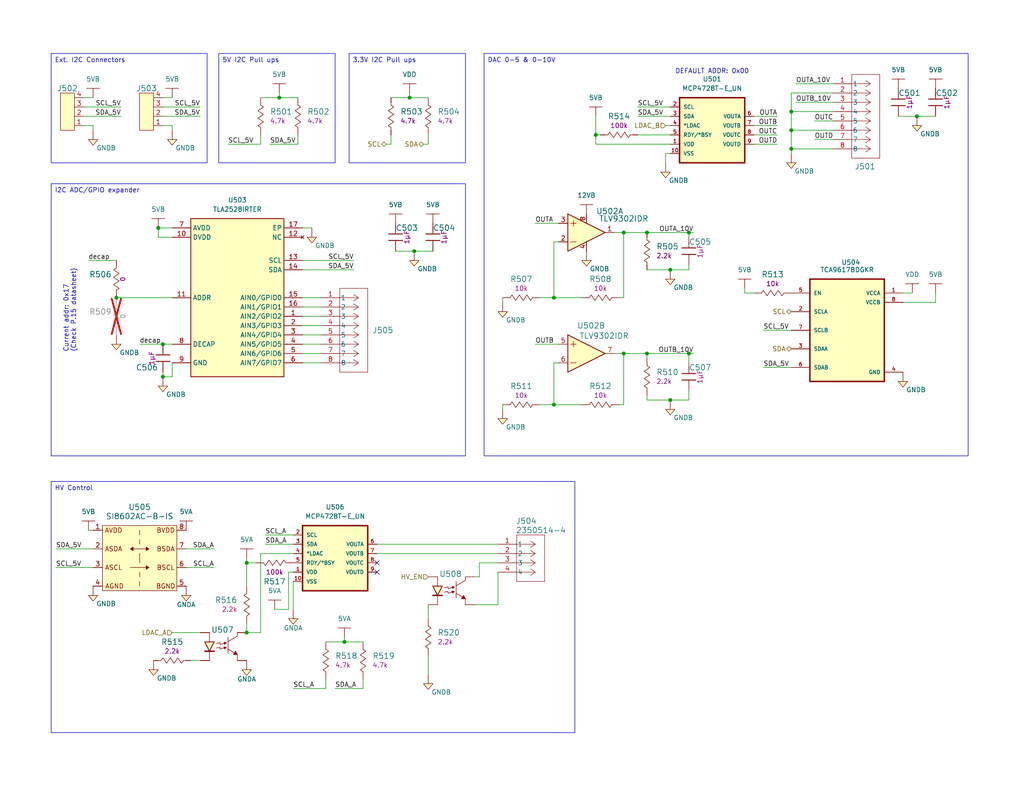
<source format=kicad_sch>
(kicad_sch (version 20231120) (generator "eeschema") (generator_version "8.0")
  (paper "USLetter")
  (title_block (title "I2C") (comment 1 "Gérémy Sauvageau"))
  (junction (at 67.31 172.72))
  (junction (at 215.9 30.48))
  (junction (at 44.45 93.98))
  (junction (at 93.98 175.26))
  (junction (at 187.96 63.5))
  (junction (at 215.9 40.64))
  (junction (at 113.03 68.58))
  (junction (at 111.76 26.67))
  (junction (at 170.18 96.52))
  (junction (at 182.88 73.66))
  (junction (at 162.56 36.83))
  (junction (at 76.2 26.67))
  (junction (at 44.45 102.87))
  (junction (at 151.13 81.28))
  (junction (at 43.18 62.23))
  (junction (at 151.13 110.49))
  (junction (at 176.53 63.5))
  (junction (at 187.96 96.52))
  (junction (at 250.19 31.75))
  (junction (at 182.88 109.22))
  (junction (at 67.31 153.67))
  (junction (at 215.9 35.56))
  (junction (at 170.18 63.5))
  (junction (at 176.53 96.52))
  (junction (at 31.75 81.28))
  (no_connect (at 102.87 156.21))
  (no_connect (at 102.87 153.67))
  (wire (pts (xy 189.23 63.5) (xy 187.96 63.5)))
  (wire (pts (xy 245.11 31.75) (xy 250.19 31.75)))
  (wire (pts (xy 106.68 26.67) (xy 111.76 26.67)))
  (wire (pts (xy 105.41 39.37) (xy 106.68 39.37)))
  (wire (pts (xy 187.96 63.5) (xy 187.96 64.77)))
  (wire (pts (xy 208.28 100.33) (xy 215.9 100.33)))
  (wire (pts (xy 87.63 91.44) (xy 82.55 91.44)))
  (wire (pts (xy 215.9 40.64) (xy 227.33 40.64)))
  (wire (pts (xy 217.17 22.86) (xy 227.33 22.86)))
  (wire (pts (xy 22.86 34.29) (xy 25.4 34.29)))
  (wire (pts (xy 170.18 96.52) (xy 176.53 96.52)))
  (wire (pts (xy 78.74 166.37) (xy 78.74 156.21)))
  (wire (pts (xy 87.63 86.36) (xy 82.55 86.36)))
  (wire (pts (xy 205.74 31.75) (xy 212.09 31.75)))
  (wire (pts (xy 15.24 154.94) (xy 25.4 154.94)))
  (wire (pts (xy 46.99 34.29) (xy 46.99 35.56)))
  (wire (pts (xy 187.96 96.52) (xy 189.23 96.52)))
  (wire (pts (xy 129.54 165.1) (xy 135.89 165.1)))
  (wire (pts (xy 176.53 109.22) (xy 182.88 109.22)))
  (wire (pts (xy 31.75 81.28) (xy 46.99 81.28)))
  (wire (pts (xy 205.74 34.29) (xy 212.09 34.29)))
  (wire (pts (xy 255.27 80.01) (xy 255.27 82.55)))
  (wire (pts (xy 87.63 83.82) (xy 82.55 83.82)))
  (wire (pts (xy 81.28 36.83) (xy 81.28 39.37)))
  (wire (pts (xy 162.56 39.37) (xy 182.88 39.37)))
  (wire (pts (xy 215.9 40.64) (xy 215.9 41.91)))
  (wire (pts (xy 99.06 185.42) (xy 99.06 187.96)))
  (wire (pts (xy 107.95 68.58) (xy 113.03 68.58)))
  (wire (pts (xy 80.01 187.96) (xy 88.9 187.96)))
  (wire (pts (xy 137.16 81.28) (xy 137.16 82.55)))
  (wire (pts (xy 208.28 90.17) (xy 215.9 90.17)))
  (wire (pts (xy 170.18 96.52) (xy 170.18 110.49)))
  (wire (pts (xy 250.19 31.75) (xy 255.27 31.75)))
  (wire (pts (xy 46.99 102.87) (xy 46.99 99.06)))
  (wire (pts (xy 44.45 93.98) (xy 46.99 93.98)))
  (wire (pts (xy 182.88 73.66) (xy 176.53 73.66)))
  (wire (pts (xy 181.61 44.45) (xy 181.61 41.91)))
  (wire (pts (xy 67.31 152.4) (xy 67.31 153.67)))
  (wire (pts (xy 137.16 110.49) (xy 137.16 111.76)))
  (wire (pts (xy 93.98 173.99) (xy 93.98 175.26)))
  (wire (pts (xy 215.9 35.56) (xy 215.9 40.64)))
  (wire (pts (xy 102.87 148.59) (xy 135.89 148.59)))
  (wire (pts (xy 71.12 26.67) (xy 76.2 26.67)))
  (wire (pts (xy 147.32 110.49) (xy 151.13 110.49)))
  (wire (pts (xy 115.57 39.37) (xy 116.84 39.37)))
  (wire (pts (xy 44.45 26.67) (xy 46.99 26.67)))
  (wire (pts (xy 116.84 36.83) (xy 116.84 39.37)))
  (wire (pts (xy 50.8 149.86) (xy 58.42 149.86)))
  (wire (pts (xy 22.86 29.21) (xy 33.02 29.21)))
  (wire (pts (xy 116.84 179.07) (xy 116.84 184.15)))
  (wire (pts (xy 130.81 153.67) (xy 135.89 153.67)))
  (wire (pts (xy 25.4 34.29) (xy 25.4 35.56)))
  (wire (pts (xy 187.96 63.5) (xy 176.53 63.5)))
  (wire (pts (xy 44.45 34.29) (xy 46.99 34.29)))
  (wire (pts (xy 113.03 68.58) (xy 118.11 68.58)))
  (wire (pts (xy 176.53 109.22) (xy 176.53 107.95)))
  (wire (pts (xy 87.63 88.9) (xy 82.55 88.9)))
  (wire (pts (xy 162.56 31.75) (xy 162.56 36.83)))
  (wire (pts (xy 205.74 36.83) (xy 212.09 36.83)))
  (wire (pts (xy 15.24 149.86) (xy 25.4 149.86)))
  (wire (pts (xy 187.96 96.52) (xy 187.96 99.06)))
  (wire (pts (xy 187.96 73.66) (xy 187.96 72.39)))
  (wire (pts (xy 80.01 146.05) (xy 72.39 146.05)))
  (wire (pts (xy 91.44 187.96) (xy 99.06 187.96)))
  (wire (pts (xy 82.55 71.12) (xy 96.52 71.12)))
  (wire (pts (xy 44.45 31.75) (xy 54.61 31.75)))
  (wire (pts (xy 187.96 73.66) (xy 182.88 73.66)))
  (wire (pts (xy 170.18 63.5) (xy 176.53 63.5)))
  (wire (pts (xy 22.86 31.75) (xy 33.02 31.75)))
  (wire (pts (xy 215.9 30.48) (xy 215.9 35.56)))
  (wire (pts (xy 215.9 25.4) (xy 215.9 30.48)))
  (wire (pts (xy 151.13 66.04) (xy 151.13 81.28)))
  (wire (pts (xy 167.64 63.5) (xy 170.18 63.5)))
  (wire (pts (xy 146.05 93.98) (xy 152.4 93.98)))
  (wire (pts (xy 80.01 166.37) (xy 80.01 158.75)))
  (wire (pts (xy 176.53 96.52) (xy 187.96 96.52)))
  (wire (pts (xy 167.64 96.52) (xy 170.18 96.52)))
  (wire (pts (xy 168.91 110.49) (xy 170.18 110.49)))
  (wire (pts (xy 82.55 62.23) (xy 85.09 62.23)))
  (wire (pts (xy 147.32 81.28) (xy 151.13 81.28)))
  (wire (pts (xy 44.45 102.87) (xy 46.99 102.87)))
  (wire (pts (xy 44.45 102.87) (xy 44.45 101.6)))
  (wire (pts (xy 116.84 165.1) (xy 116.84 168.91)))
  (wire (pts (xy 227.33 25.4) (xy 215.9 25.4)))
  (wire (pts (xy 67.31 153.67) (xy 67.31 160.02)))
  (wire (pts (xy 111.76 26.67) (xy 116.84 26.67)))
  (wire (pts (xy 151.13 110.49) (xy 158.75 110.49)))
  (wire (pts (xy 88.9 175.26) (xy 93.98 175.26)))
  (wire (pts (xy 173.99 29.21) (xy 182.88 29.21)))
  (wire (pts (xy 215.9 30.48) (xy 227.33 30.48)))
  (wire (pts (xy 246.38 80.01) (xy 248.92 80.01)))
  (wire (pts (xy 22.86 26.67) (xy 25.4 26.67)))
  (wire (pts (xy 87.63 93.98) (xy 82.55 93.98)))
  (wire (pts (xy 162.56 36.83) (xy 163.83 36.83)))
  (wire (pts (xy 181.61 41.91) (xy 182.88 41.91)))
  (wire (pts (xy 31.75 71.12) (xy 24.13 71.12)))
  (wire (pts (xy 176.53 96.52) (xy 176.53 97.79)))
  (wire (pts (xy 217.17 27.94) (xy 227.33 27.94)))
  (wire (pts (xy 87.63 96.52) (xy 82.55 96.52)))
  (wire (pts (xy 67.31 170.18) (xy 67.31 172.72)))
  (wire (pts (xy 152.4 66.04) (xy 151.13 66.04)))
  (wire (pts (xy 222.25 38.1) (xy 227.33 38.1)))
  (wire (pts (xy 222.25 33.02) (xy 227.33 33.02)))
  (wire (pts (xy 173.99 31.75) (xy 182.88 31.75)))
  (wire (pts (xy 111.76 25.4) (xy 111.76 26.67)))
  (wire (pts (xy 74.93 166.37) (xy 78.74 166.37)))
  (wire (pts (xy 76.2 25.4) (xy 76.2 26.67)))
  (wire (pts (xy 44.45 29.21) (xy 54.61 29.21)))
  (wire (pts (xy 170.18 81.28) (xy 170.18 63.5)))
  (wire (pts (xy 46.99 64.77) (xy 43.18 64.77)))
  (wire (pts (xy 46.99 172.72) (xy 54.61 172.72)))
  (wire (pts (xy 130.81 157.48) (xy 129.54 157.48)))
  (wire (pts (xy 71.12 36.83) (xy 71.12 39.37)))
  (wire (pts (xy 255.27 82.55) (xy 246.38 82.55)))
  (wire (pts (xy 151.13 81.28) (xy 158.75 81.28)))
  (wire (pts (xy 24.13 144.78) (xy 25.4 144.78)))
  (wire (pts (xy 67.31 172.72) (xy 71.12 172.72)))
  (wire (pts (xy 205.74 39.37) (xy 212.09 39.37)))
  (wire (pts (xy 151.13 99.06) (xy 151.13 110.49)))
  (wire (pts (xy 102.87 151.13) (xy 135.89 151.13)))
  (wire (pts (xy 80.01 148.59) (xy 72.39 148.59)))
  (wire (pts (xy 43.18 64.77) (xy 43.18 62.23)))
  (wire (pts (xy 43.18 62.23) (xy 46.99 62.23)))
  (wire (pts (xy 162.56 36.83) (xy 162.56 39.37)))
  (wire (pts (xy 52.07 180.34) (xy 54.61 180.34)))
  (wire (pts (xy 87.63 99.06) (xy 82.55 99.06)))
  (wire (pts (xy 71.12 151.13) (xy 71.12 172.72)))
  (wire (pts (xy 50.8 154.94) (xy 58.42 154.94)))
  (wire (pts (xy 38.1 93.98) (xy 44.45 93.98)))
  (wire (pts (xy 130.81 153.67) (xy 130.81 157.48)))
  (wire (pts (xy 67.31 153.67) (xy 69.85 153.67)))
  (wire (pts (xy 181.61 34.29) (xy 182.88 34.29)))
  (wire (pts (xy 80.01 151.13) (xy 71.12 151.13)))
  (wire (pts (xy 76.2 26.67) (xy 81.28 26.67)))
  (wire (pts (xy 146.05 60.96) (xy 152.4 60.96)))
  (wire (pts (xy 215.9 35.56) (xy 227.33 35.56)))
  (wire (pts (xy 82.55 73.66) (xy 96.52 73.66)))
  (wire (pts (xy 88.9 185.42) (xy 88.9 187.96)))
  (wire (pts (xy 73.66 39.37) (xy 81.28 39.37)))
  (wire (pts (xy 62.23 39.37) (xy 71.12 39.37)))
  (wire (pts (xy 93.98 175.26) (xy 99.06 175.26)))
  (wire (pts (xy 135.89 156.21) (xy 135.89 165.1)))
  (wire (pts (xy 203.2 80.01) (xy 205.74 80.01)))
  (wire (pts (xy 152.4 99.06) (xy 151.13 99.06)))
  (wire (pts (xy 173.99 36.83) (xy 182.88 36.83)))
  (wire (pts (xy 168.91 81.28) (xy 170.18 81.28)))
  (wire (pts (xy 106.68 36.83) (xy 106.68 39.37)))
  (wire (pts (xy 203.2 78.74) (xy 203.2 80.01)))
  (wire (pts (xy 78.74 156.21) (xy 80.01 156.21)))
  (wire (pts (xy 187.96 109.22) (xy 182.88 109.22)))
  (wire (pts (xy 87.63 81.28) (xy 82.55 81.28)))
  (wire (pts (xy 187.96 106.68) (xy 187.96 109.22)))
  (text_box "3.3V I2C Pull ups" (at 95.25 14.605 0) (size 31.75 29.845) (effects (font (size 1.27 1.27)) (justify left top)))
  (text_box "Ext. I2C Connectors" (at 13.97 14.605 0) (size 42.545 29.845) (effects (font (size 1.27 1.27)) (justify left top)))
  (text_box "5V I2C Pull ups" (at 59.69 14.605 0) (size 31.75 29.845) (effects (font (size 1.27 1.27)) (justify left top)))
  (text_box "HV Control" (at 13.97 131.445 0) (size 142.875 68.58) (effects (font (size 1.27 1.27)) (justify left top)))
  (text_box "I2C ADC/GPIO expander" (at 13.97 50.165 0) (size 113.03 74.295) (effects (font (size 1.27 1.27)) (justify left top)))
  (text_box "DAC 0-5 & 0-10V" (at 132.08 14.605 0) (size 132.08 109.855) (effects (font (size 1.27 1.27)) (justify left top)))
  (text "Current addr: 0x17 \n(Check P.15 datasheet)" (at 20.828 96.266 90) (effects (font (size 1.27 1.27)) (justify left bottom)))
  (text "DEFAULT ADDR: 0x00" (at 194.31 19.558 0) (effects (font (size 1.27 1.27))))
  (label "SCL_5V" (at 208.28 90.17 0))
  (label "OUTB" (at 146.05 93.98 0))
  (label "OUTA" (at 212.09 31.75 180))
  (label "SCL_A" (at 72.39 146.05 0))
  (label "SCL_5V" (at 15.24 154.94 0))
  (label "OUTC" (at 212.09 36.83 180))
  (label "SDA_A" (at 91.44 187.96 0))
  (label "OUTA_10V" (at 217.17 22.86 0))
  (label "SDA_5V" (at 173.99 31.75 0))
  (label "SDA_5V" (at 96.52 73.66 180))
  (label "SCL_5V" (at 33.02 29.21 180))
  (label "decap" (at 38.1 93.98 0))
  (label "OUTD" (at 222.25 38.1 0))
  (label "SDA_5V" (at 73.66 39.37 0))
  (label "OUTA_10V" (at 189.23 63.5 180))
  (label "SCL_A" (at 80.01 187.96 0))
  (label "SCL_5V" (at 54.61 29.21 180))
  (label "decap" (at 24.13 71.12 0))
  (label "SDA_A" (at 72.39 148.59 0))
  (label "OUTA" (at 146.05 60.96 0))
  (label "OUTC" (at 222.25 33.02 0))
  (label "SCL_A" (at 58.42 154.94 180))
  (label "SDA_5V" (at 33.02 31.75 180))
  (label "SCL_5V" (at 173.99 29.21 0))
  (label "SDA_5V" (at 208.28 100.33 0))
  (label "SDA_5V" (at 54.61 31.75 180))
  (label "OUTD" (at 212.09 39.37 180))
  (label "SDA_A" (at 58.42 149.86 180))
  (label "SDA_5V" (at 15.24 149.86 0))
  (label "OUTB" (at 212.09 34.29 180))
  (label "SCL_5V" (at 96.52 71.12 180))
  (label "OUTB_10V" (at 189.23 96.52 180))
  (label "OUTB_10V" (at 217.17 27.94 0))
  (label "SCL_5V" (at 62.23 39.37 0))
  (hierarchical_label "LDAC_B" (shape input) (at 181.61 34.29 180))
  (hierarchical_label "LDAC_A" (shape input) (at 46.99 172.72 180))
  (hierarchical_label "SDA" (shape bidirectional) (at 215.9 95.25 180))
  (hierarchical_label "HV_EN" (shape input) (at 116.84 157.48 180))
  (hierarchical_label "SCL" (shape bidirectional) (at 105.41 39.37 180))
  (hierarchical_label "SDA" (shape bidirectional) (at 115.57 39.37 180))
  (hierarchical_label "SCL" (shape bidirectional) (at 215.9 85.09 180))
  (symbol (lib_id "Amplifiers:TLV9302IDR") (at 158.75 96.52 0) (unit 2)
    (property "Reference" "U502" (at 161.29 88.9 0) (effects (font (size 1.524 1.524))))
    (property "Value" "TLV9302IDR" (at 164.846 91.694 0) (effects (font (size 1.524 1.524))))
    (property "Footprint" "Assembly:IC8_TLV9302IDR_TEX" (effects (hide yes)))
    (property "Datasheet" "https://www.ti.com/lit/ds/symlink/tlv9301.pdf?HQS=dis-dk-null-digikeymode-dsf-pf-null-wwe&ts=1715651561791" (effects (hide yes)))
    (property "Description" "IC OPAMP GP 2 CIRCUIT 8SOIC" (effects (hide yes)))
    (property "Manufacturer" "Texas Instruments" (effects (hide yes)))
    (property "Manufacturer Part Number" "TLV9302IDR" (effects (hide yes)))
    (property "Supplier" "Digikey" (effects (hide yes)))
    (property "Supplier Part Number" "296-53513-1-ND" (effects (hide yes)))
  )
  (symbol (lib_id "Power_Port:GNDB") (at 181.61 46.99 0) (unit 1)
    (property "Reference" "#PWR0511" (effects (hide yes)))
    (property "Value" "GNDB" (at 185.166 49.276 0))
  )
  (symbol (lib_id "Capacitors:885012107015") (at 187.96 67.31 90) (unit 1)
    (property "Reference" "C505" (at 187.96 66.04 90) (effects (font (size 1.524 1.524)) (justify right)))
    (property "Value" "885012107015" (effects (hide yes)))
    (property "Footprint" "Capacitors:C0805" (effects (hide yes)))
    (property "Datasheet" "D" (effects (hide yes)))
    (property "Description" "CAP CER 1UF 25V X5R 0805" (effects (hide yes)))
    (property "Supplier" "Digikey" (effects (hide yes)))
    (property "Supplier Part Number" "732-7625-1-ND" (effects (hide yes)))
    (property "Manufacturer" "Wurth Electronics Inc." (effects (hide yes)))
    (property "Manufacturer Part Number" "885012107015" (effects (hide yes)))
    (property "Capacitance (Farad)" "1µF" (at 191.008 68.58 0))
    (property "Tolerance (%)" "±20%" (effects (hide yes)))
    (property "Voltage Rated (Volt)" "25V" (effects (hide yes)))
  )
  (symbol (lib_id "Resistors:RC0805JR-074K7L") (at 106.68 31.75 90) (unit 1)
    (property "Reference" "R503" (at 109.22 30.4799 90) (effects (font (size 1.524 1.524)) (justify right)))
    (property "Value" "RC0805JR-074K7L" (effects (hide yes)))
    (property "Footprint" "Resistors:R0805" (effects (hide yes)))
    (property "Datasheet" "http://www.yageo.com/documents/recent/PYu-RC_Group_51_RoHS_L_7.pdf" (effects (hide yes)))
    (property "Description" "RES SMD 4.7K OHM 5% 1/8W 0805" (effects (hide yes)))
    (property "Supplier" "Digikey" (effects (hide yes)))
    (property "Supplier Part Number" "311-4.7KARCT-ND" (effects (hide yes)))
    (property "Manufacturer" "Yageo" (effects (hide yes)))
    (property "Manufacturer Part Number" "RC0805JR-074K7L" (effects (hide yes)))
    (property "Resistance (Ohms)" "4.7k" (at 109.22 33.0199 90) (effects (justify right)))
    (property "Tolerance (%)" "±5%" (effects (hide yes)))
    (property "Puissance (Watts)" "1/8W" (effects (hide yes)))
  )
  (symbol (lib_id "Power_Port:GNDB") (at 44.45 105.41 0) (unit 1)
    (property "Reference" "#PWR0523" (effects (hide yes)))
    (property "Value" "GNDB" (at 48.006 107.696 0))
  )
  (symbol (lib_id "Resistors:RC0805JR-072K2L") (at 46.99 180.34 180) (unit 1)
    (property "Reference" "R515" (at 46.99 175.26 0) (effects (font (size 1.524 1.524))))
    (property "Value" "RC0805JR-072K2L" (effects (hide yes)))
    (property "Footprint" "Resistors:R0805" (effects (hide yes)))
    (property "Datasheet" "http://www.yageo.com/documents/recent/PYu-RC_Group_51_RoHS_L_7.pdf" (effects (hide yes)))
    (property "Description" "RES SMD 2.2K OHM 5% 1/8W 0805" (effects (hide yes)))
    (property "Supplier" "Digikey" (effects (hide yes)))
    (property "Supplier Part Number" "311-2.2KARCT-ND" (effects (hide yes)))
    (property "Manufacturer" "Yageo" (effects (hide yes)))
    (property "Manufacturer Part Number" "RC0805JR-072K2L" (effects (hide yes)))
    (property "Resistance (Ohms)" "2.2k" (at 46.99 177.8 0))
    (property "Tolerance (%)" "±5%" (effects (hide yes)))
    (property "Puissance (Watts)" "1/8W" (effects (hide yes)))
  )
  (symbol (lib_id "Resistors:RC0805JR-072K2L") (at 176.53 102.87 90) (unit 1)
    (property "Reference" "R510" (at 179.07 101.5999 90) (effects (font (size 1.524 1.524)) (justify right)))
    (property "Value" "RC0805JR-072K2L" (effects (hide yes)))
    (property "Footprint" "Resistors:R0805" (effects (hide yes)))
    (property "Datasheet" "http://www.yageo.com/documents/recent/PYu-RC_Group_51_RoHS_L_7.pdf" (effects (hide yes)))
    (property "Description" "RES SMD 2.2K OHM 5% 1/8W 0805" (effects (hide yes)))
    (property "Supplier" "Digikey" (effects (hide yes)))
    (property "Supplier Part Number" "311-2.2KARCT-ND" (effects (hide yes)))
    (property "Manufacturer" "Yageo" (effects (hide yes)))
    (property "Manufacturer Part Number" "RC0805JR-072K2L" (effects (hide yes)))
    (property "Resistance (Ohms)" "2.2k" (at 179.07 104.1399 90) (effects (justify right)))
    (property "Tolerance (%)" "±5%" (effects (hide yes)))
    (property "Puissance (Watts)" "1/8W" (effects (hide yes)))
  )
  (symbol (lib_id "Power_Port:GNDB") (at 182.88 111.76 0) (unit 1)
    (property "Reference" "#PWR0524" (effects (hide yes)))
    (property "Value" "GNDB" (at 186.436 114.046 0))
  )
  (symbol (lib_id "Resistors:RC0805JR-072K2L") (at 67.31 165.1 90) (mirror x) (unit 1)
    (property "Reference" "R516" (at 64.77 163.8299 90) (effects (font (size 1.524 1.524)) (justify left)))
    (property "Value" "RC0805JR-072K2L" (effects (hide yes)))
    (property "Footprint" "Resistors:R0805" (effects (hide yes)))
    (property "Datasheet" "http://www.yageo.com/documents/recent/PYu-RC_Group_51_RoHS_L_7.pdf" (effects (hide yes)))
    (property "Description" "RES SMD 2.2K OHM 5% 1/8W 0805" (effects (hide yes)))
    (property "Supplier" "Digikey" (effects (hide yes)))
    (property "Supplier Part Number" "311-2.2KARCT-ND" (effects (hide yes)))
    (property "Manufacturer" "Yageo" (effects (hide yes)))
    (property "Manufacturer Part Number" "RC0805JR-072K2L" (effects (hide yes)))
    (property "Resistance (Ohms)" "2.2k" (at 64.77 166.3699 90) (effects (justify left)))
    (property "Tolerance (%)" "±5%" (effects (hide yes)))
    (property "Puissance (Watts)" "1/8W" (effects (hide yes)))
  )
  (symbol (lib_id "DAC:MCP4728T-E_UN") (at 194.31 35.56 0) (unit 1)
    (property "Reference" "U501" (at 194.31 21.59 0))
    (property "Value" "MCP4728T-E_UN" (at 194.31 24.13 0))
    (property "Footprint" "IC:SOP50P490X110-10N" (effects (hide yes)))
    (property "Datasheet" "https://ww1.microchip.com/downloads/en/DeviceDoc/22187E.pdf" (effects (hide yes)))
    (property "Description" "DAC 12bit 4ch" (effects (hide yes)))
    (property "Supplier" "Digikey" (effects (hide yes)))
    (property "Supplier Part Number" "MCP4728T-E/UNCT-ND" (effects (hide yes)))
    (property "Manufacturer" "Microchip" (effects (hide yes)))
    (property "Manufacturer Part Number" "MCP4728T-E_UN" (effects (hide yes)))
  )
  (symbol (lib_id "Capacitors:885012107015") (at 245.11 26.67 90) (unit 1)
    (property "Reference" "C501" (at 245.11 25.4 90) (effects (font (size 1.524 1.524)) (justify right)))
    (property "Value" "885012107015" (effects (hide yes)))
    (property "Footprint" "Capacitors:C0805" (effects (hide yes)))
    (property "Datasheet" "D" (effects (hide yes)))
    (property "Description" "CAP CER 1UF 25V X5R 0805" (effects (hide yes)))
    (property "Supplier" "Digikey" (effects (hide yes)))
    (property "Supplier Part Number" "732-7625-1-ND" (effects (hide yes)))
    (property "Manufacturer" "Wurth Electronics Inc." (effects (hide yes)))
    (property "Manufacturer Part Number" "885012107015" (effects (hide yes)))
    (property "Capacitance (Farad)" "1µF" (at 248.158 27.94 0))
    (property "Tolerance (%)" "±20%" (effects (hide yes)))
    (property "Voltage Rated (Volt)" "25V" (effects (hide yes)))
  )
  (symbol (lib_id "Power_Port:5VB") (at 25.4 26.67 0) (unit 1)
    (property "Reference" "#PWR0503" (effects (hide yes)))
    (property "Value" "5VB" (at 25.4 21.59 0))
  )
  (symbol (lib_id "Power_Port:5VB") (at 76.2 25.4 0) (unit 1)
    (property "Reference" "#PWR0501" (effects (hide yes)))
    (property "Value" "5VB" (at 76.2 20.32 0))
  )
  (symbol (lib_id "Connectors:2350514-8") (at 227.33 22.86 0) (unit 1)
    (property "Reference" "J501" (at 233.172 45.466 0) (effects (font (size 1.524 1.524)) (justify left)))
    (property "Value" "2350514-8" (effects (hide yes)))
    (property "Footprint" "Connectors:CONN8_2350514-8_TEC" (effects (hide yes)))
    (property "Description" "Terminal block 8pos 3.5mm" (effects (hide yes)))
    (property "Manufacturer" "TE Connectivity" (effects (hide yes)))
    (property "Manufacturer Part Number" "2350514-8" (effects (hide yes)))
    (property "Supplier" "Digikey" (effects (hide yes)))
    (property "Supplier Part Number" "A145383-ND" (effects (hide yes)))
  )
  (symbol (lib_id "Power_Port:GNDB") (at 250.19 34.29 0) (unit 1)
    (property "Reference" "#PWR0509" (effects (hide yes)))
    (property "Value" "GNDB" (at 253.746 36.576 0))
  )
  (symbol (lib_id "Power_Port:5VB") (at 107.95 60.96 0) (unit 1)
    (property "Reference" "#PWR0515" (effects (hide yes)))
    (property "Value" "5VB" (at 107.95 55.88 0))
  )
  (symbol (lib_id "Resistors:RC0805JR-074K7L") (at 99.06 180.34 90) (unit 1)
    (property "Reference" "R519" (at 101.6 179.0699 90) (effects (font (size 1.524 1.524)) (justify right)))
    (property "Value" "RC0805JR-074K7L" (effects (hide yes)))
    (property "Footprint" "Resistors:R0805" (effects (hide yes)))
    (property "Datasheet" "http://www.yageo.com/documents/recent/PYu-RC_Group_51_RoHS_L_7.pdf" (effects (hide yes)))
    (property "Description" "RES SMD 4.7K OHM 5% 1/8W 0805" (effects (hide yes)))
    (property "Supplier" "Digikey" (effects (hide yes)))
    (property "Supplier Part Number" "311-4.7KARCT-ND" (effects (hide yes)))
    (property "Manufacturer" "Yageo" (effects (hide yes)))
    (property "Manufacturer Part Number" "RC0805JR-074K7L" (effects (hide yes)))
    (property "Resistance (Ohms)" "4.7k" (at 101.6 181.6099 90) (effects (justify right)))
    (property "Tolerance (%)" "±5%" (effects (hide yes)))
    (property "Puissance (Watts)" "1/8W" (effects (hide yes)))
  )
  (symbol (lib_id "Power_Port:GNDB") (at 25.4 38.1 0) (unit 1)
    (property "Reference" "#PWR0507" (effects (hide yes)))
    (property "Value" "GNDB" (at 28.956 40.386 0))
  )
  (symbol (lib_id "Power_Port:GNDB") (at 113.03 71.12 0) (unit 1)
    (property "Reference" "#PWR0519" (effects (hide yes)))
    (property "Value" "GNDB" (at 116.586 73.406 0))
  )
  (symbol (lib_id "Power_Port:5VB") (at 245.11 24.13 0) (unit 1)
    (property "Reference" "#PWR0505" (effects (hide yes)))
    (property "Value" "5VB" (at 245.11 19.05 0))
  )
  (symbol (lib_id "Capacitors:885012107015") (at 187.96 101.6 90) (unit 1)
    (property "Reference" "C507" (at 187.96 100.33 90) (effects (font (size 1.524 1.524)) (justify right)))
    (property "Value" "885012107015" (effects (hide yes)))
    (property "Footprint" "Capacitors:C0805" (effects (hide yes)))
    (property "Datasheet" "D" (effects (hide yes)))
    (property "Description" "CAP CER 1UF 25V X5R 0805" (effects (hide yes)))
    (property "Supplier" "Digikey" (effects (hide yes)))
    (property "Supplier Part Number" "732-7625-1-ND" (effects (hide yes)))
    (property "Manufacturer" "Wurth Electronics Inc." (effects (hide yes)))
    (property "Manufacturer Part Number" "885012107015" (effects (hide yes)))
    (property "Capacitance (Farad)" "1µF" (at 191.008 102.87 0))
    (property "Tolerance (%)" "±20%" (effects (hide yes)))
    (property "Voltage Rated (Volt)" "25V" (effects (hide yes)))
  )
  (symbol (lib_id "Power_Port:5VA") (at 67.31 152.4 0) (unit 1)
    (property "Reference" "#PWR0540" (effects (hide yes)))
    (property "Value" "5VA" (at 67.31 147.32 0))
  )
  (symbol (lib_id "ADC:TLA2528IRTER") (at 82.55 77.47 0) (mirror y) (unit 1)
    (property "Reference" "U503" (at 64.77 54.61 0))
    (property "Value" "TLA2528IRTER" (at 64.77 57.15 0))
    (property "Footprint" "QFN50P300X300X80-17N-D" (effects (hide yes)))
    (property "Datasheet" "https://www.ti.com/lit/ds/symlink/tla2528.pdf?ts=1596615195592&ref_url=https%253A%252F%252Fwww.ti.com%252Fproduct%252FTLA2528%253Futm_source%253Dgoogle%2526utm_medium%253Dcpc%2526utm_campaign%253Dasc-null-null-gpn_en-cpc-pf-google-eu%2526utm_content%253Dt" (effects (hide yes)))
    (property "Description" "Analog to Digital Converters - ADC Small 8-channel 12-bit analog-to-digital converter (ADC) with I2C interface and GPIOs 16-WQFN -40 to 85" (effects (hide yes)))
    (property "Height" "0.8" (effects (hide yes)))
    (property "Mouser Part Number" "595-TLA2528IRTER" (effects (hide yes)))
    (property "Mouser Price/Stock" "https://www.mouser.co.uk/ProductDetail/Texas-Instruments/TLA2528IRTER?qs=%252B6g0mu59x7KfRzJN7APgZw%3D%3D" (effects (hide yes)))
    (property "Manufacturer_Name" "Texas Instruments" (effects (hide yes)))
    (property "Manufacturer_Part_Number" "TLA2528IRTER" (effects (hide yes)))
  )
  (symbol (lib_id "Resistors:RC0805JR-074K7L") (at 88.9 180.34 90) (unit 1)
    (property "Reference" "R518" (at 91.44 179.0699 90) (effects (font (size 1.524 1.524)) (justify right)))
    (property "Value" "RC0805JR-074K7L" (effects (hide yes)))
    (property "Footprint" "Resistors:R0805" (effects (hide yes)))
    (property "Datasheet" "http://www.yageo.com/documents/recent/PYu-RC_Group_51_RoHS_L_7.pdf" (effects (hide yes)))
    (property "Description" "RES SMD 4.7K OHM 5% 1/8W 0805" (effects (hide yes)))
    (property "Supplier" "Digikey" (effects (hide yes)))
    (property "Supplier Part Number" "311-4.7KARCT-ND" (effects (hide yes)))
    (property "Manufacturer" "Yageo" (effects (hide yes)))
    (property "Manufacturer Part Number" "RC0805JR-074K7L" (effects (hide yes)))
    (property "Resistance (Ohms)" "4.7k" (at 91.44 181.6099 90) (effects (justify right)))
    (property "Tolerance (%)" "±5%" (effects (hide yes)))
    (property "Puissance (Watts)" "1/8W" (effects (hide yes)))
  )
  (symbol (lib_id "Isolators:LTV-816S") (at 59.69 177.8 0) (unit 1)
    (property "Reference" "U507" (at 60.706 171.958 0) (effects (font (size 1.524 1.524))))
    (property "Value" "LTV-816S" (effects (hide yes)))
    (property "Footprint" "IC:4-SMD" (effects (hide yes)))
    (property "Datasheet" "https://media.digikey.com/pdf/Data%20Sheets/Lite-On%20PDFs/LTV-816_826_846.pdf" (effects (hide yes)))
    (property "Description" "OPTOISOLATR 5KV TRANSISTOR 4-SMD" (effects (hide yes)))
    (property "Supplier" "Digikey" (effects (hide yes)))
    (property "Supplier Part Number" "160-1361-5-ND" (effects (hide yes)))
    (property "Manufacturer" "Lite-On Inc." (effects (hide yes)))
    (property "Manufacturer Part Number" "LTV-816S" (effects (hide yes)))
  )
  (symbol (lib_id "Power_Port:5VB") (at 162.56 31.75 0) (unit 1)
    (property "Reference" "#PWR0510" (effects (hide yes)))
    (property "Value" "5VB" (at 162.56 26.67 0))
  )
  (symbol (lib_id "Connectors:XH-4A connector") (at 41.91 34.29 0) (unit 1)
    (property "Reference" "J503" (at 40.005 24.13 0) (effects (font (size 1.524 1.524))))
    (property "Value" "XH-4A connector" (effects (hide yes)))
    (property "Footprint" "Connectors:XH-4A" (effects (hide yes)))
    (property "Datasheet" "D" (effects (hide yes)))
    (property "Description" "Pin Male Single Row Pin Header Strip" (effects (hide yes)))
    (property "Supplier" "Ebay" (effects (hide yes)))
    (property "Manufacturer" "Manufacturer" (effects (hide yes)))
    (property "Manufacturer Part Number" "Manufacturer Part Number" (effects (hide yes)))
  )
  (symbol (lib_id "Power_Port:5VB") (at 255.27 80.01 0) (unit 1)
    (property "Reference" "#PWR0528" (effects (hide yes)))
    (property "Value" "5VB" (at 255.27 74.93 0))
  )
  (symbol (lib_id "Power_Port:VDD") (at 111.76 25.4 0) (unit 1)
    (property "Reference" "#PWR0502" (effects (hide yes)))
    (property "Value" "VDD" (at 111.76 20.32 0))
  )
  (symbol (lib_id "Resistors:RC0805JR-072K2L") (at 176.53 68.58 90) (unit 1)
    (property "Reference" "R505" (at 179.07 67.3099 90) (effects (font (size 1.524 1.524)) (justify right)))
    (property "Value" "RC0805JR-072K2L" (effects (hide yes)))
    (property "Footprint" "Resistors:R0805" (effects (hide yes)))
    (property "Datasheet" "http://www.yageo.com/documents/recent/PYu-RC_Group_51_RoHS_L_7.pdf" (effects (hide yes)))
    (property "Description" "RES SMD 2.2K OHM 5% 1/8W 0805" (effects (hide yes)))
    (property "Supplier" "Digikey" (effects (hide yes)))
    (property "Supplier Part Number" "311-2.2KARCT-ND" (effects (hide yes)))
    (property "Manufacturer" "Yageo" (effects (hide yes)))
    (property "Manufacturer Part Number" "RC0805JR-072K2L" (effects (hide yes)))
    (property "Resistance (Ohms)" "2.2k" (at 179.07 69.8499 90) (effects (justify right)))
    (property "Tolerance (%)" "±5%" (effects (hide yes)))
    (property "Puissance (Watts)" "1/8W" (effects (hide yes)))
  )
  (symbol (lib_id "Power_Port:GNDB") (at 182.88 76.2 0) (unit 1)
    (property "Reference" "#PWR0520" (effects (hide yes)))
    (property "Value" "GNDB" (at 186.436 78.486 0))
  )
  (symbol (lib_id "Power_Port:GNDB") (at 160.02 71.12 0) (unit 1)
    (property "Reference" "#PWR0518" (effects (hide yes)))
    (property "Value" "GNDB" (at 163.576 73.406 0))
  )
  (symbol (lib_id "DAC:MCP4728T-E_UN") (at 91.44 152.4 0) (unit 1)
    (property "Reference" "U506" (at 91.44 138.43 0))
    (property "Value" "MCP4728T-E_UN" (at 91.44 140.97 0))
    (property "Footprint" "IC:SOP50P490X110-10N" (effects (hide yes)))
    (property "Datasheet" "https://ww1.microchip.com/downloads/en/DeviceDoc/22187E.pdf" (effects (hide yes)))
    (property "Description" "DAC 12bit 4ch" (effects (hide yes)))
    (property "Supplier" "Digikey" (effects (hide yes)))
    (property "Supplier Part Number" "MCP4728T-E/UNCT-ND" (effects (hide yes)))
    (property "Manufacturer" "Microchip" (effects (hide yes)))
    (property "Manufacturer Part Number" "MCP4728T-E_UN" (effects (hide yes)))
  )
  (symbol (lib_id "Power_Port:GNDB") (at 246.38 104.14 0) (unit 1)
    (property "Reference" "#PWR0531" (effects (hide yes)))
    (property "Value" "GNDB" (at 249.936 106.426 0))
  )
  (symbol (lib_id "Resistors:RC0805JR-0710KL") (at 142.24 81.28 0) (unit 1)
    (property "Reference" "R507" (at 142.24 76.2 0) (effects (font (size 1.524 1.524))))
    (property "Value" "RC0805JR-0710KL" (effects (hide yes)))
    (property "Footprint" "Resistors:R0805" (effects (hide yes)))
    (property "Datasheet" "http://www.yageo.com/documents/recent/PYu-RC_Group_51_RoHS_L_7.pdf" (effects (hide yes)))
    (property "Description" "RES SMD 10K OHM 5% 1/8W 0805" (effects (hide yes)))
    (property "Supplier" "Digikey" (effects (hide yes)))
    (property "Supplier Part Number" "311-10KARCT-ND" (effects (hide yes)))
    (property "Manufacturer" "Yageo" (effects (hide yes)))
    (property "Manufacturer Part Number" "RC0805JR-0710KL" (effects (hide yes)))
    (property "Resistance (Ohms)" "10k" (at 142.24 78.74 0))
    (property "Tolerance (%)" "±5%" (effects (hide yes)))
    (property "Puissance (Watts)" "1/8W" (effects (hide yes)))
  )
  (symbol (lib_id "Connectors:2350514-8") (at 87.63 81.28 0) (unit 1)
    (property "Reference" "J505" (at 101.6 90.1699 0) (effects (font (size 1.524 1.524)) (justify left)))
    (property "Value" "2350514-8" (effects (hide yes)))
    (property "Footprint" "Connectors:CONN8_2350514-8_TEC" (effects (hide yes)))
    (property "Description" "Terminal block 8pos 3.5mm" (effects (hide yes)))
    (property "Manufacturer" "TE Connectivity" (effects (hide yes)))
    (property "Manufacturer Part Number" "2350514-8" (effects (hide yes)))
    (property "Supplier" "Digikey" (effects (hide yes)))
    (property "Supplier Part Number" "A145383-ND" (effects (hide yes)))
  )
  (symbol (lib_id "Power_Port:5VB") (at 203.2 78.74 0) (unit 1)
    (property "Reference" "#PWR0526" (effects (hide yes)))
    (property "Value" "5VB" (at 203.2 73.66 0))
  )
  (symbol (lib_id "Power_Port:GNDB") (at 46.99 38.1 0) (unit 1)
    (property "Reference" "#PWR0508" (effects (hide yes)))
    (property "Value" "GNDB" (at 50.546 40.386 0))
  )
  (symbol (lib_id "Power_Port:GNDA") (at 50.8 162.56 0) (unit 1)
    (property "Reference" "#PWR0537" (effects (hide yes)))
    (property "Value" "GNDA" (at 50.8 165.1 0))
  )
  (symbol (lib_id "Power_Port:5VB") (at 43.18 62.23 0) (unit 1)
    (property "Reference" "#PWR0514" (effects (hide yes)))
    (property "Value" "5VB" (at 43.18 57.15 0))
  )
  (symbol (lib_id "Power_Port:5VA") (at 74.93 166.37 0) (unit 1)
    (property "Reference" "#PWR0535" (effects (hide yes)))
    (property "Value" "5VA" (at 74.93 161.29 0))
  )
  (symbol (lib_id "Power_Port:5VB") (at 46.99 26.67 0) (unit 1)
    (property "Reference" "#PWR0504" (effects (hide yes)))
    (property "Value" "5VB" (at 46.99 21.59 0))
  )
  (symbol (lib_id "Amplifiers:TLV9302IDR") (at 158.75 63.5 0) (unit 1)
    (property "Reference" "U502" (at 166.37 57.658 0) (effects (font (size 1.524 1.524))))
    (property "Value" "TLV9302IDR" (at 170.18 59.69 0) (effects (font (size 1.524 1.524))))
    (property "Footprint" "Assembly:IC8_TLV9302IDR_TEX" (effects (hide yes)))
    (property "Datasheet" "https://www.ti.com/lit/ds/symlink/tlv9301.pdf?HQS=dis-dk-null-digikeymode-dsf-pf-null-wwe&ts=1715651561791" (effects (hide yes)))
    (property "Description" "IC OPAMP GP 2 CIRCUIT 8SOIC" (effects (hide yes)))
    (property "Manufacturer" "Texas Instruments" (effects (hide yes)))
    (property "Manufacturer Part Number" "TLV9302IDR" (effects (hide yes)))
    (property "Supplier" "Digikey" (effects (hide yes)))
    (property "Supplier Part Number" "296-53513-1-ND" (effects (hide yes)))
  )
  (symbol (lib_id "Power_Port:12VB") (at 160.02 58.42 0) (unit 1)
    (property "Reference" "#PWR0513" (effects (hide yes)))
    (property "Value" "12VB" (at 160.02 53.34 0))
  )
  (symbol (lib_id "Power_Port:5VA") (at 93.98 173.99 0) (unit 1)
    (property "Reference" "#PWR0530" (effects (hide yes)))
    (property "Value" "5VA" (at 93.98 168.91 0))
  )
  (symbol (lib_id "Power_Port:VDD") (at 248.92 80.01 0) (unit 1)
    (property "Reference" "#PWR0527" (effects (hide yes)))
    (property "Value" "VDD" (at 248.92 74.93 0))
  )
  (symbol (lib_id "Resistors:RC0805JR-074K7L") (at 116.84 31.75 90) (unit 1)
    (property "Reference" "R504" (at 119.38 30.4799 90) (effects (font (size 1.524 1.524)) (justify right)))
    (property "Value" "RC0805JR-074K7L" (effects (hide yes)))
    (property "Footprint" "Resistors:R0805" (effects (hide yes)))
    (property "Datasheet" "http://www.yageo.com/documents/recent/PYu-RC_Group_51_RoHS_L_7.pdf" (effects (hide yes)))
    (property "Description" "RES SMD 4.7K OHM 5% 1/8W 0805" (effects (hide yes)))
    (property "Supplier" "Digikey" (effects (hide yes)))
    (property "Supplier Part Number" "311-4.7KARCT-ND" (effects (hide yes)))
    (property "Manufacturer" "Yageo" (effects (hide yes)))
    (property "Manufacturer Part Number" "RC0805JR-074K7L" (effects (hide yes)))
    (property "Resistance (Ohms)" "4.7k" (at 119.38 33.0199 90) (effects (justify right)))
    (property "Tolerance (%)" "±5%" (effects (hide yes)))
    (property "Puissance (Watts)" "1/8W" (effects (hide yes)))
  )
  (symbol (lib_id "Power_Port:GNDA") (at 67.31 182.88 0) (unit 1)
    (property "Reference" "#PWR0534" (effects (hide yes)))
    (property "Value" "GNDA" (at 67.31 185.42 0))
  )
  (symbol (lib_id "Resistors:RC0805JR-074K7L") (at 71.12 31.75 90) (unit 1)
    (property "Reference" "R501" (at 73.66 30.4799 90) (effects (font (size 1.524 1.524)) (justify right)))
    (property "Value" "RC0805JR-074K7L" (effects (hide yes)))
    (property "Footprint" "Resistors:R0805" (effects (hide yes)))
    (property "Datasheet" "http://www.yageo.com/documents/recent/PYu-RC_Group_51_RoHS_L_7.pdf" (effects (hide yes)))
    (property "Description" "RES SMD 4.7K OHM 5% 1/8W 0805" (effects (hide yes)))
    (property "Supplier" "Digikey" (effects (hide yes)))
    (property "Supplier Part Number" "311-4.7KARCT-ND" (effects (hide yes)))
    (property "Manufacturer" "Yageo" (effects (hide yes)))
    (property "Manufacturer Part Number" "RC0805JR-074K7L" (effects (hide yes)))
    (property "Resistance (Ohms)" "4.7k" (at 73.66 33.0199 90) (effects (justify right)))
    (property "Tolerance (%)" "±5%" (effects (hide yes)))
    (property "Puissance (Watts)" "1/8W" (effects (hide yes)))
  )
  (symbol (lib_id "Resistors:RC0805JR-0710KL") (at 163.83 110.49 0) (unit 1)
    (property "Reference" "R512" (at 163.83 105.41 0) (effects (font (size 1.524 1.524))))
    (property "Value" "RC0805JR-0710KL" (effects (hide yes)))
    (property "Footprint" "Resistors:R0805" (effects (hide yes)))
    (property "Datasheet" "http://www.yageo.com/documents/recent/PYu-RC_Group_51_RoHS_L_7.pdf" (effects (hide yes)))
    (property "Description" "RES SMD 10K OHM 5% 1/8W 0805" (effects (hide yes)))
    (property "Supplier" "Digikey" (effects (hide yes)))
    (property "Supplier Part Number" "311-10KARCT-ND" (effects (hide yes)))
    (property "Manufacturer" "Yageo" (effects (hide yes)))
    (property "Manufacturer Part Number" "RC0805JR-0710KL" (effects (hide yes)))
    (property "Resistance (Ohms)" "10k" (at 163.83 107.95 0))
    (property "Tolerance (%)" "±5%" (effects (hide yes)))
    (property "Puissance (Watts)" "1/8W" (effects (hide yes)))
  )
  (symbol (lib_id "Resistors:RC0805JR-072K2L") (at 116.84 173.99 270) (unit 1)
    (property "Reference" "R520" (at 119.38 172.7199 90) (effects (font (size 1.524 1.524)) (justify left)))
    (property "Value" "RC0805JR-072K2L" (effects (hide yes)))
    (property "Footprint" "Resistors:R0805" (effects (hide yes)))
    (property "Datasheet" "http://www.yageo.com/documents/recent/PYu-RC_Group_51_RoHS_L_7.pdf" (effects (hide yes)))
    (property "Description" "RES SMD 2.2K OHM 5% 1/8W 0805" (effects (hide yes)))
    (property "Supplier" "Digikey" (effects (hide yes)))
    (property "Supplier Part Number" "311-2.2KARCT-ND" (effects (hide yes)))
    (property "Manufacturer" "Yageo" (effects (hide yes)))
    (property "Manufacturer Part Number" "RC0805JR-072K2L" (effects (hide yes)))
    (property "Resistance (Ohms)" "2.2k" (at 119.38 175.2599 90) (effects (justify left)))
    (property "Tolerance (%)" "±5%" (effects (hide yes)))
    (property "Puissance (Watts)" "1/8W" (effects (hide yes)))
  )
  (symbol (lib_id "Power_Port:GNDB") (at 31.75 93.98 0) (unit 1)
    (property "Reference" "#PWR0522" (effects (hide yes)))
    (property "Value" "GNDB" (at 35.306 96.266 0))
  )
  (symbol (lib_id "Power_Port:5VB") (at 118.11 60.96 0) (unit 1)
    (property "Reference" "#PWR0516" (effects (hide yes)))
    (property "Value" "5VB" (at 118.11 55.88 0))
  )
  (symbol (lib_id "Power_Port:5VB") (at 255.27 24.13 0) (unit 1)
    (property "Reference" "#PWR0506" (effects (hide yes)))
    (property "Value" "5VB" (at 255.27 19.05 0))
  )
  (symbol (lib_id "Power_Port:GNDB") (at 116.84 186.69 0) (unit 1)
    (property "Reference" "#PWR0539" (effects (hide yes)))
    (property "Value" "GNDB" (at 120.396 188.976 0))
  )
  (symbol (lib_id "Power_Port:GNDA") (at 80.01 168.91 0) (unit 1)
    (property "Reference" "#PWR0536" (effects (hide yes)))
    (property "Value" "GNDA" (at 80.01 171.45 0))
  )
  (symbol (lib_id "Isolators:SI8602AC-B-IS") (at 38.1 152.4 0) (unit 1)
    (property "Reference" "U505" (at 38.1 138.43 0) (effects (font (size 1.524 1.524))))
    (property "Value" "SI8602AC-B-IS" (at 38.1 140.97 0) (effects (font (size 1.524 1.524))))
    (property "Footprint" "IC:SOIC-8" (effects (hide yes)))
    (property "Datasheet" "http://www.silabs.com/documents/public/data-sheets/Si860x.pdf" (effects (hide yes)))
    (property "Description" "DGTL ISO 3.75KV 2CH I2C 8SOIC" (effects (hide yes)))
    (property "Supplier" "Digikey" (effects (hide yes)))
    (property "Supplier Part Number" "336-2050-5-ND" (effects (hide yes)))
    (property "Manufacturer" "Silicon Labs" (effects (hide yes)))
    (property "Manufacturer Part Number" "SI8602AC-B-IS" (effects (hide yes)))
  )
  (symbol (lib_id "Connectors:XH-4A connector") (at 20.32 34.29 0) (unit 1)
    (property "Reference" "J502" (at 18.415 24.13 0) (effects (font (size 1.524 1.524))))
    (property "Value" "XH-4A connector" (effects (hide yes)))
    (property "Footprint" "Connectors:XH-4A" (effects (hide yes)))
    (property "Datasheet" "D" (effects (hide yes)))
    (property "Description" "Pin Male Single Row Pin Header Strip" (effects (hide yes)))
    (property "Supplier" "Ebay" (effects (hide yes)))
    (property "Manufacturer" "Manufacturer" (effects (hide yes)))
    (property "Manufacturer Part Number" "Manufacturer Part Number" (effects (hide yes)))
  )
  (symbol (lib_id "Resistors:RC0805JR-07100KL") (at 168.91 36.83 0) (unit 1)
    (property "Reference" "R514" (at 168.91 31.75 0) (effects (font (size 1.524 1.524))))
    (property "Value" "RC0805JR-07100KL" (effects (hide yes)))
    (property "Footprint" "Resistors:R0805" (effects (hide yes)))
    (property "Datasheet" "http://www.yageo.com/documents/recent/PYu-RC_Group_51_RoHS_L_7.pdf" (effects (hide yes)))
    (property "Description" "RES SMD 100K OHM 5% 1/8W 0805" (effects (hide yes)))
    (property "Supplier" "Digikey" (effects (hide yes)))
    (property "Supplier Part Number" "311-100KARCT-ND" (effects (hide yes)))
    (property "Manufacturer" "Yageo" (effects (hide yes)))
    (property "Manufacturer Part Number" "RC0805JR-07100KL" (effects (hide yes)))
    (property "Resistance (Ohms)" "100k" (at 168.91 34.29 0))
    (property "Tolerance (%)" "±5%" (effects (hide yes)))
    (property "Puissance (Watts)" "1/8W" (effects (hide yes)))
  )
  (symbol (lib_id "Resistors:RC0805JR-074K7L") (at 81.28 31.75 90) (unit 1)
    (property "Reference" "R502" (at 83.82 30.4799 90) (effects (font (size 1.524 1.524)) (justify right)))
    (property "Value" "RC0805JR-074K7L" (effects (hide yes)))
    (property "Footprint" "Resistors:R0805" (effects (hide yes)))
    (property "Datasheet" "http://www.yageo.com/documents/recent/PYu-RC_Group_51_RoHS_L_7.pdf" (effects (hide yes)))
    (property "Description" "RES SMD 4.7K OHM 5% 1/8W 0805" (effects (hide yes)))
    (property "Supplier" "Digikey" (effects (hide yes)))
    (property "Supplier Part Number" "311-4.7KARCT-ND" (effects (hide yes)))
    (property "Manufacturer" "Yageo" (effects (hide yes)))
    (property "Manufacturer Part Number" "RC0805JR-074K7L" (effects (hide yes)))
    (property "Resistance (Ohms)" "4.7k" (at 83.82 33.0199 90) (effects (justify right)))
    (property "Tolerance (%)" "±5%" (effects (hide yes)))
    (property "Puissance (Watts)" "1/8W" (effects (hide yes)))
  )
  (symbol (lib_id "Power_Port:GNDB") (at 41.91 182.88 0) (unit 1)
    (property "Reference" "#PWR0532" (effects (hide yes)))
    (property "Value" "GNDB" (at 45.466 185.166 0))
  )
  (symbol (lib_id "Power_Port:GNDB") (at 25.4 162.56 0) (unit 1)
    (property "Reference" "#PWR0533" (effects (hide yes)))
    (property "Value" "GNDB" (at 28.956 164.846 0))
  )
  (symbol (lib_id "Power_Port:GNDB") (at 215.9 44.45 0) (unit 1)
    (property "Reference" "#PWR0512" (effects (hide yes)))
    (property "Value" "GNDB" (at 219.456 46.736 0))
  )
  (symbol (lib_id "Power_Port:GNDB") (at 137.16 114.3 0) (unit 1)
    (property "Reference" "#PWR0525" (effects (hide yes)))
    (property "Value" "GNDB" (at 140.716 116.586 0))
  )
  (symbol (lib_id "Isolators:LTV-816S") (at 121.92 162.56 0) (unit 1)
    (property "Reference" "U508" (at 122.936 156.718 0) (effects (font (size 1.524 1.524))))
    (property "Value" "LTV-816S" (effects (hide yes)))
    (property "Footprint" "IC:4-SMD" (effects (hide yes)))
    (property "Datasheet" "https://media.digikey.com/pdf/Data%20Sheets/Lite-On%20PDFs/LTV-816_826_846.pdf" (effects (hide yes)))
    (property "Description" "OPTOISOLATR 5KV TRANSISTOR 4-SMD" (effects (hide yes)))
    (property "Supplier" "Digikey" (effects (hide yes)))
    (property "Supplier Part Number" "160-1361-5-ND" (effects (hide yes)))
    (property "Manufacturer" "Lite-On Inc." (effects (hide yes)))
    (property "Manufacturer Part Number" "LTV-816S" (effects (hide yes)))
  )
  (symbol (lib_id "Resistors:RC0805JR-07100KL") (at 74.93 153.67 0) (mirror x) (unit 1)
    (property "Reference" "R517" (at 74.93 158.75 0) (effects (font (size 1.524 1.524))))
    (property "Value" "RC0805JR-07100KL" (effects (hide yes)))
    (property "Footprint" "Resistors:R0805" (effects (hide yes)))
    (property "Datasheet" "http://www.yageo.com/documents/recent/PYu-RC_Group_51_RoHS_L_7.pdf" (effects (hide yes)))
    (property "Description" "RES SMD 100K OHM 5% 1/8W 0805" (effects (hide yes)))
    (property "Supplier" "Digikey" (effects (hide yes)))
    (property "Supplier Part Number" "311-100KARCT-ND" (effects (hide yes)))
    (property "Manufacturer" "Yageo" (effects (hide yes)))
    (property "Manufacturer Part Number" "RC0805JR-07100KL" (effects (hide yes)))
    (property "Resistance (Ohms)" "100k" (at 74.93 156.21 0))
    (property "Tolerance (%)" "±5%" (effects (hide yes)))
    (property "Puissance (Watts)" "1/8W" (effects (hide yes)))
  )
  (symbol (lib_id "Resistors:RC0805JR-0710KL") (at 163.83 81.28 0) (unit 1)
    (property "Reference" "R508" (at 163.83 76.2 0) (effects (font (size 1.524 1.524))))
    (property "Value" "RC0805JR-0710KL" (effects (hide yes)))
    (property "Footprint" "Resistors:R0805" (effects (hide yes)))
    (property "Datasheet" "http://www.yageo.com/documents/recent/PYu-RC_Group_51_RoHS_L_7.pdf" (effects (hide yes)))
    (property "Description" "RES SMD 10K OHM 5% 1/8W 0805" (effects (hide yes)))
    (property "Supplier" "Digikey" (effects (hide yes)))
    (property "Supplier Part Number" "311-10KARCT-ND" (effects (hide yes)))
    (property "Manufacturer" "Yageo" (effects (hide yes)))
    (property "Manufacturer Part Number" "RC0805JR-0710KL" (effects (hide yes)))
    (property "Resistance (Ohms)" "10k" (at 163.83 78.74 0))
    (property "Tolerance (%)" "±5%" (effects (hide yes)))
    (property "Puissance (Watts)" "1/8W" (effects (hide yes)))
  )
  (symbol (lib_id "Resistors:RC0805JR-0710KL") (at 210.82 80.01 0) (unit 1)
    (property "Reference" "R513" (at 210.82 74.93 0) (effects (font (size 1.524 1.524))))
    (property "Value" "RC0805JR-0710KL" (effects (hide yes)))
    (property "Footprint" "Resistors:R0805" (effects (hide yes)))
    (property "Datasheet" "http://www.yageo.com/documents/recent/PYu-RC_Group_51_RoHS_L_7.pdf" (effects (hide yes)))
    (property "Description" "RES SMD 10K OHM 5% 1/8W 0805" (effects (hide yes)))
    (property "Supplier" "Digikey" (effects (hide yes)))
    (property "Supplier Part Number" "311-10KARCT-ND" (effects (hide yes)))
    (property "Manufacturer" "Yageo" (effects (hide yes)))
    (property "Manufacturer Part Number" "RC0805JR-0710KL" (effects (hide yes)))
    (property "Resistance (Ohms)" "10k" (at 210.82 77.47 0))
    (property "Tolerance (%)" "±5%" (effects (hide yes)))
    (property "Puissance (Watts)" "1/8W" (effects (hide yes)))
  )
  (symbol (lib_id "Power_Port:5VB") (at 24.13 144.78 0) (unit 1)
    (property "Reference" "#PWR0529" (effects (hide yes)))
    (property "Value" "5VB" (at 24.13 139.7 0))
  )
  (symbol (lib_id "Capacitors:885012107015") (at 118.11 63.5 90) (unit 1)
    (property "Reference" "C504" (at 118.11 62.23 90) (effects (font (size 1.524 1.524)) (justify right)))
    (property "Value" "885012107015" (effects (hide yes)))
    (property "Footprint" "Capacitors:C0805" (effects (hide yes)))
    (property "Datasheet" "D" (effects (hide yes)))
    (property "Description" "CAP CER 1UF 25V X5R 0805" (effects (hide yes)))
    (property "Supplier" "Digikey" (effects (hide yes)))
    (property "Supplier Part Number" "732-7625-1-ND" (effects (hide yes)))
    (property "Manufacturer" "Wurth Electronics Inc." (effects (hide yes)))
    (property "Manufacturer Part Number" "885012107015" (effects (hide yes)))
    (property "Capacitance (Farad)" "1µF" (at 121.158 64.77 0))
    (property "Tolerance (%)" "±20%" (effects (hide yes)))
    (property "Voltage Rated (Volt)" "25V" (effects (hide yes)))
  )
  (symbol (lib_id "Capacitors:885012107015") (at 107.95 63.5 90) (unit 1)
    (property "Reference" "C503" (at 107.95 62.23 90) (effects (font (size 1.524 1.524)) (justify right)))
    (property "Value" "885012107015" (effects (hide yes)))
    (property "Footprint" "Capacitors:C0805" (effects (hide yes)))
    (property "Datasheet" "D" (effects (hide yes)))
    (property "Description" "CAP CER 1UF 25V X5R 0805" (effects (hide yes)))
    (property "Supplier" "Digikey" (effects (hide yes)))
    (property "Supplier Part Number" "732-7625-1-ND" (effects (hide yes)))
    (property "Manufacturer" "Wurth Electronics Inc." (effects (hide yes)))
    (property "Manufacturer Part Number" "885012107015" (effects (hide yes)))
    (property "Capacitance (Farad)" "1µF" (at 110.998 64.77 0))
    (property "Tolerance (%)" "±20%" (effects (hide yes)))
    (property "Voltage Rated (Volt)" "25V" (effects (hide yes)))
  )
  (symbol (lib_id "Interface:TCA9617BDGKR") (at 233.68 90.17 0) (unit 1)
    (property "Reference" "U504" (at 232.156 71.628 0))
    (property "Value" "TCA9617BDGKR" (at 231.14 73.66 0))
    (property "Footprint" "IC:SOP65P490X110-8N" (effects (hide yes)))
    (property "Datasheet" "https://www.ti.com/general/docs/suppproductinfo.tsp?distId=10&gotoUrl=https%3A%2F%2Fwww.ti.com%2Flit%2Fgpn%2Ftca9617b" (effects (hide yes)))
    (property "Description" "I2C level shifter" (effects (hide yes)))
    (property "Manufacturer" "Texas Instruments" (effects (hide yes)))
    (property "Manufacturer Part Number" "TCA9617BDGKR" (effects (hide yes)))
    (property "Supplier" "Digikey" (effects (hide yes)))
    (property "Supplier Part Number" "296-40579-1-ND" (effects (hide yes)))
  )
  (symbol (lib_id "Connectors:2350514-4") (at 135.89 148.59 0) (unit 1)
    (property "Reference" "J504" (at 140.716 142.24 0) (effects (font (size 1.524 1.524)) (justify left)))
    (property "Value" "2350514-4" (at 140.716 144.78 0) (effects (font (size 1.524 1.524)) (justify left)))
    (property "Footprint" "CONN4_1155650000_TEC" (effects (hide yes)))
    (property "Datasheet" "2350514-4" (effects (hide yes)))
    (property "Description" "Terminal block 4pos 3.5mm" (effects (hide yes)))
    (property "Supplier Part Number" "A145380-ND" (effects (hide yes)))
    (property "Supplier" "Digikey" (effects (hide yes)))
    (property "Manufacturer" "TE" (effects (hide yes)))
    (property "Manufacturer Part Number" "2350514-4" (effects (hide yes)))
  )
  (symbol (lib_id "Resistors:0hms_0.5W") (at 31.75 76.2 90) (mirror x) (unit 1)
    (property "Reference" "R506" (at 30.48 74.93 90) (effects (font (size 1.524 1.524)) (justify left)))
    (property "Value" "0hms_0.5W" (effects (hide yes)))
    (property "Footprint" "Resistors:R0805" (effects (hide yes)))
    (property "Datasheet" "https://www.keyelco.com/userAssets/file/M65p54.pdf" (effects (hide yes)))
    (property "Description" "0 Ohms Jumper 0.5W, 1/2W Chip Resistor 0805 (2012 Metric)  Metal Element" (effects (hide yes)))
    (property "Supplier" "Digikey" (effects (hide yes)))
    (property "Supplier Part Number" "36-5106CT-ND" (effects (hide yes)))
    (property "Manufacturer" "Keystone Electronics" (effects (hide yes)))
    (property "Manufacturer Part Number" "5106" (effects (hide yes)))
    (property "Resistance (Ohms)" "0" (at 33.528 76.2 0))
    (property "Tolerance (%)" "0" (effects (hide yes)))
    (property "Puissance (Watts)" "1/2W" (effects (hide yes)))
    (property "Supplier_1" "Digikey" (effects (hide yes)))
  )
  (symbol (lib_id "Resistors:0hms_0.5W") (at 31.75 86.36 90) (mirror x) (unit 1) (dnp yes)
    (property "Reference" "R509" (at 30.48 85.09 90) (effects (font (size 1.524 1.524)) (justify left)))
    (property "Value" "0hms_0.5W" (effects (hide yes)))
    (property "Footprint" "Resistors:R0805" (effects (hide yes)))
    (property "Datasheet" "https://www.keyelco.com/userAssets/file/M65p54.pdf" (effects (hide yes)))
    (property "Description" "0 Ohms Jumper 0.5W, 1/2W Chip Resistor 0805 (2012 Metric)  Metal Element" (effects (hide yes)))
    (property "Supplier" "Digikey" (effects (hide yes)))
    (property "Supplier Part Number" "36-5106CT-ND" (effects (hide yes)))
    (property "Manufacturer" "Keystone Electronics" (effects (hide yes)))
    (property "Manufacturer Part Number" "5106" (effects (hide yes)))
    (property "Resistance (Ohms)" "0" (at 33.528 86.36 0))
    (property "Tolerance (%)" "0" (effects (hide yes)))
    (property "Puissance (Watts)" "1/2W" (effects (hide yes)))
    (property "Supplier_1" "Digikey" (effects (hide yes)))
  )
  (symbol (lib_id "Resistors:RC0805JR-0710KL") (at 142.24 110.49 0) (unit 1)
    (property "Reference" "R511" (at 142.24 105.41 0) (effects (font (size 1.524 1.524))))
    (property "Value" "RC0805JR-0710KL" (effects (hide yes)))
    (property "Footprint" "Resistors:R0805" (effects (hide yes)))
    (property "Datasheet" "http://www.yageo.com/documents/recent/PYu-RC_Group_51_RoHS_L_7.pdf" (effects (hide yes)))
    (property "Description" "RES SMD 10K OHM 5% 1/8W 0805" (effects (hide yes)))
    (property "Supplier" "Digikey" (effects (hide yes)))
    (property "Supplier Part Number" "311-10KARCT-ND" (effects (hide yes)))
    (property "Manufacturer" "Yageo" (effects (hide yes)))
    (property "Manufacturer Part Number" "RC0805JR-0710KL" (effects (hide yes)))
    (property "Resistance (Ohms)" "10k" (at 142.24 107.95 0))
    (property "Tolerance (%)" "±5%" (effects (hide yes)))
    (property "Puissance (Watts)" "1/8W" (effects (hide yes)))
  )
  (symbol (lib_id "Power_Port:GNDB") (at 137.16 85.09 0) (unit 1)
    (property "Reference" "#PWR0521" (effects (hide yes)))
    (property "Value" "GNDB" (at 140.716 87.376 0))
  )
  (symbol (lib_id "Power_Port:GNDB") (at 85.09 64.77 0) (unit 1)
    (property "Reference" "#PWR0517" (effects (hide yes)))
    (property "Value" "GNDB" (at 88.646 67.056 0))
  )
  (symbol (lib_id "Capacitors:885012107015") (at 44.45 96.52 270) (mirror x) (unit 1)
    (property "Reference" "C506" (at 43.18 100.33 90) (effects (font (size 1.524 1.524)) (justify right)))
    (property "Value" "885012107015" (effects (hide yes)))
    (property "Footprint" "Capacitors:C0805" (effects (hide yes)))
    (property "Datasheet" "D" (effects (hide yes)))
    (property "Description" "CAP CER 1UF 25V X5R 0805" (effects (hide yes)))
    (property "Supplier" "Digikey" (effects (hide yes)))
    (property "Supplier Part Number" "732-7625-1-ND" (effects (hide yes)))
    (property "Manufacturer" "Wurth Electronics Inc." (effects (hide yes)))
    (property "Manufacturer Part Number" "885012107015" (effects (hide yes)))
    (property "Capacitance (Farad)" "1µF" (at 41.402 97.79 0))
    (property "Tolerance (%)" "±20%" (effects (hide yes)))
    (property "Voltage Rated (Volt)" "25V" (effects (hide yes)))
  )
  (symbol (lib_id "Power_Port:5VA") (at 50.8 144.78 0) (unit 1)
    (property "Reference" "#PWR0538" (effects (hide yes)))
    (property "Value" "5VA" (at 50.8 139.7 0))
  )
  (symbol (lib_id "Capacitors:885012107015") (at 255.27 26.67 90) (unit 1)
    (property "Reference" "C502" (at 255.27 25.4 90) (effects (font (size 1.524 1.524)) (justify right)))
    (property "Value" "885012107015" (effects (hide yes)))
    (property "Footprint" "Capacitors:C0805" (effects (hide yes)))
    (property "Datasheet" "D" (effects (hide yes)))
    (property "Description" "CAP CER 1UF 25V X5R 0805" (effects (hide yes)))
    (property "Supplier" "Digikey" (effects (hide yes)))
    (property "Supplier Part Number" "732-7625-1-ND" (effects (hide yes)))
    (property "Manufacturer" "Wurth Electronics Inc." (effects (hide yes)))
    (property "Manufacturer Part Number" "885012107015" (effects (hide yes)))
    (property "Capacitance (Farad)" "1µF" (at 258.318 27.94 0))
    (property "Tolerance (%)" "±20%" (effects (hide yes)))
    (property "Voltage Rated (Volt)" "25V" (effects (hide yes)))
  )
)
</source>
